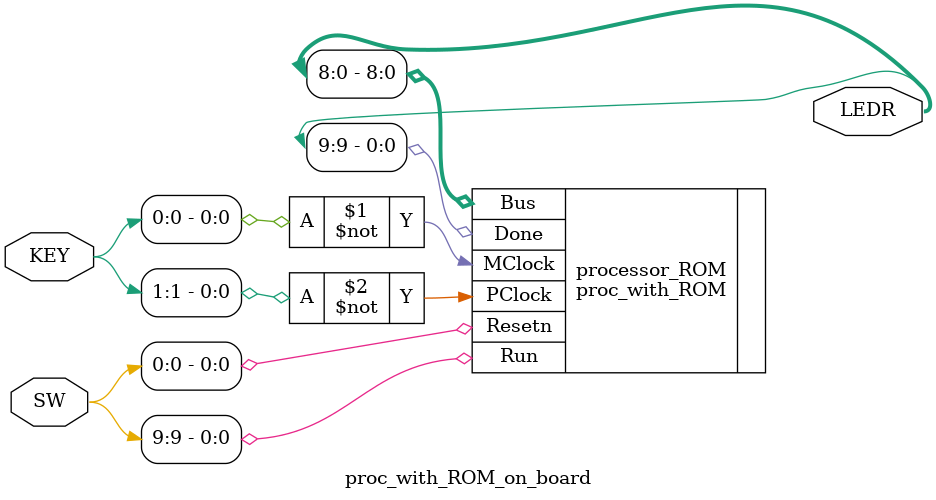
<source format=v>
module proc_with_ROM_on_board(input [9:0] SW,
										input [1:0] KEY,
										output [9:0] LEDR);
										
	proc_with_ROM processor_ROM(.MClock(~KEY[0]), .PClock(~KEY[1]), .Resetn(SW[0]), .Run(SW[9]),
										 .Bus(LEDR[8:0]), .Done(LEDR[9]));
										 
endmodule


</source>
